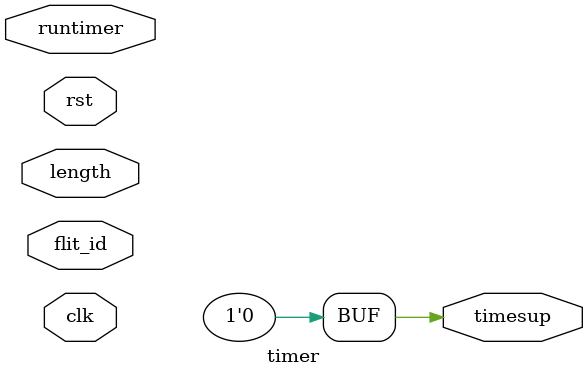
<source format=v>
module arbiter (clk, rst, Lflit_id, Nflit_id, Eflit_id, Wflit_id, Sflit_id, Llength, Nlength, Elength, Wlength, Slength, Lreq, Nreq, Ereq, Wreq, Sreq, nextstate)  ;
  input clk , rst;
  input [2:0] Lflit_id , Nflit_id , Eflit_id , Wflit_id , Sflit_id;
  input [11:0] Llength , Nlength , Elength , Wlength , Slength;
  input Lreq , Nreq , Ereq , Wreq , Sreq;
  output reg[5:0] nextstate;
  reg[5:0] currentstate;
  reg Lruntimer , Nruntimer , Eruntimer , Wruntimer , Sruntimer;
  wire Ltimesup , Ntimesup , Etimesup , Wtimesup , Stimesup;
  timer Ltimer (clk, rst, Lflit_id, Llength, Lruntimer, Ltimesup) ; 
  timer Ntimer (clk, rst, Nflit_id, Nlength, Nruntimer, Ntimesup) ; 
  timer Etimer (clk, rst, Eflit_id, Elength, Eruntimer, Etimesup) ; 
  timer Wtimer (clk, rst, Wflit_id, Wlength, Wruntimer, Wtimesup) ; 
  timer Stimer (clk, rst, Sflit_id, Slength, Sruntimer, Stimesup) ; 
  always
    @( posedge clk )
      begin
        if( rst )
          currentstate <= 6'b01;
        else
          currentstate <= nextstate;
      end
  always
    @(  Lreq or  Nreq or  Ereq or  Wreq or  Sreq or  Ltimesup or  Ntimesup or  Etimesup or  Wtimesup or  Stimesup or  currentstate )
      begin
        Lruntimer = 0;
        Nruntimer = 0;
        Eruntimer = 0;
        Wruntimer = 0;
        Sruntimer = 0;
        case( currentstate )
          6'b01:
            begin
              if( ( Lreq == 1 ) )
                begin
                  nextstate = 6'b010;
                end
              else
                if( ( Nreq == 1 ) )
                  begin
                    nextstate = 6'b0100;
                  end
                else
                  if( ( Ereq == 1 ) )
                    begin
                      nextstate = 6'b01000;
                    end
                  else
                    if( ( Wreq == 1 ) )
                      begin
                        nextstate = 6'b010000;
                      end
                    else
                      if( ( Sreq == 1 ) )
                        begin
                          nextstate = 6'b100000;
                        end
                      else
                        begin
                          nextstate = 6'b01;
                        end
            end
          6'b010:
            begin
              if( ( ( Lreq == 1 ) && ( Ltimesup == 0 ) ) )
                begin
                  Lruntimer = 1;
                  nextstate = 6'b010;
                end
              else
                if( ( Nreq == 1 ) )
                  begin
                    nextstate = 6'b0100;
                  end
                else
                  if( ( Ereq == 1 ) )
                    begin
                      nextstate = 6'b01000;
                    end
                  else
                    if( ( Wreq == 1 ) )
                      begin
                        nextstate = 6'b010000;
                      end
                    else
                      if( ( Sreq == 1 ) )
                        begin
                          nextstate = 6'b100000;
                        end
                      else
                        begin
                          nextstate = 6'b01;
                        end
            end
          6'b0100:
            begin
              if( ( ( Nreq == 1 ) && ( Ntimesup == 0 ) ) )
                begin
                  Nruntimer = 1;
                  nextstate = 6'b0100;
                end
              else
                if( ( Ereq == 1 ) )
                  begin
                    nextstate = 6'b01000;
                  end
                else
                  if( ( Wreq == 1 ) )
                    begin
                      nextstate = 6'b010000;
                    end
                  else
                    if( ( Sreq == 1 ) )
                      begin
                        nextstate = 6'b100000;
                      end
                    else
                      if( ( Lreq == 1 ) )
                        begin
                          nextstate = 6'b010;
                        end
                      else
                        begin
                          nextstate = 6'b01;
                        end
            end
          6'b01000:
            begin
              if( ( ( Ereq == 1 ) && ( Etimesup == 0 ) ) )
                begin
                  Eruntimer = 1;
                  nextstate = 6'b01000;
                end
              else
                if( ( Wreq == 1 ) )
                  begin
                    nextstate = 6'b010000;
                  end
                else
                  if( ( Sreq == 1 ) )
                    begin
                      nextstate = 6'b100000;
                    end
                  else
                    if( ( Lreq == 1 ) )
                      begin
                        nextstate = 6'b010;
                      end
                    else
                      if( ( Nreq == 1 ) )
                        begin
                          nextstate = 6'b0100;
                        end
                      else
                        begin
                          nextstate = 6'b01;
                        end
            end
          6'b010000:
            begin
              if( ( ( Wreq == 1 ) && ( Wtimesup == 0 ) ) )
                begin
                  Wruntimer = 1;
                  nextstate = 6'b010000;
                end
              else
                if( ( Sreq == 1 ) )
                  begin
                    nextstate = 6'b100000;
                  end
                else
                  if( ( Lreq == 1 ) )
                    begin
                      nextstate = 6'b010;
                    end
                  else
                    if( ( Nreq == 1 ) )
                      begin
                        nextstate = 6'b0100;
                      end
                    else
                      if( ( Ereq == 1 ) )
                        begin
                          nextstate = 6'b01000;
                        end
                      else
                        begin
                          nextstate = 6'b01;
                        end
            end
          6'b100000:
            begin
              if( ( ( Sreq == 1 ) && ( Stimesup == 0 ) ) )
                begin
                  Sruntimer = 1;
                  nextstate = 6'b100000;
                end
              else
                if( ( Lreq == 1 ) )
                  begin
                    nextstate = 6'b010;
                  end
                else
                  if( ( Nreq == 1 ) )
                    begin
                      nextstate = 6'b0100;
                    end
                  else
                    if( ( Ereq == 1 ) )
                      begin
                        nextstate = 6'b01000;
                      end
                    else
                      if( ( Wreq == 1 ) )
                        begin
                          nextstate = 6'b010000;
                        end
                      else
                        begin
                          nextstate = 6'b01;
                        end
            end
          default :
            begin
              nextstate = 6'b01;
            end
        endcase
      end
endmodule

module timer (clk, rst, flit_id, length, runtimer, timesup)  ;
  input clk , rst;
  input [2:0] flit_id;
  input [11:0] length;
  input runtimer;
  output reg timesup;
  reg[11:0] timeoutclockperiods;
  reg[11:0] count;
  always
    @( posedge clk )
      begin : timeout
        if( rst )
          begin
            count <= 0;
            timeoutclockperiods <= 0;
          end
        else
          begin
            if( ( flit_id == 3'b01 ) )
              begin
                timeoutclockperiods <= length;
              end
            if( ( runtimer == 0 ) )
              begin
                count <= 0;
              end
            else
              begin
                count <= ( count + 1 );
              end
          end
      end
  always
    @(  count or  timeoutclockperiods )
      begin : timeup
        if( ( count == timeoutclockperiods ) )
          timesup = '0;
        else
          timesup = 0;
      end
endmodule


</source>
